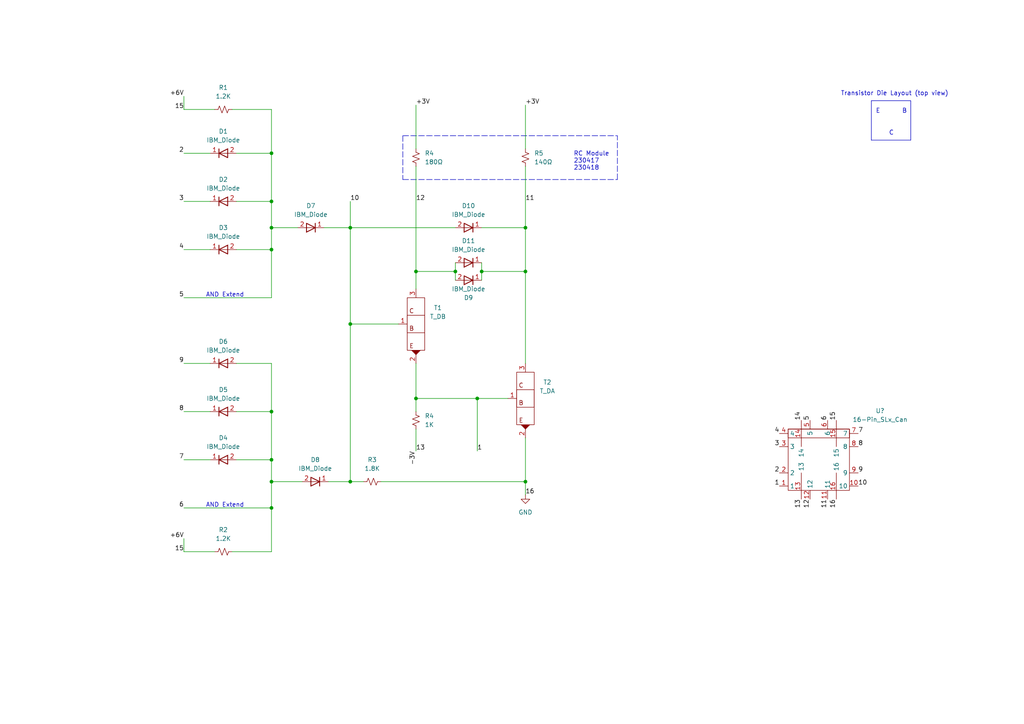
<source format=kicad_sch>
(kicad_sch (version 20211123) (generator eeschema)
  (paper "A4")
  (lib_symbols
    (symbol "Device:R_Small_US" (pin_numbers hide) (pin_names (offset 0.254) hide)
      (property "Reference" "R" (at 0.762 0.508 0))
      (property "Value" "R_Small_US" (at 0.762 -1.016 0))
      (symbol "R_Small_US_1_1"
        (polyline (pts (xy 0 0) (xy 1.016 -0.381) (xy 0 -0.762) (xy -1.016 -1.143) (xy 0 -1.524)))
        (polyline (pts (xy 0 1.524) (xy 1.016 1.143) (xy 0 0.762) (xy -1.016 0.381) (xy 0 0)))
        (pin passive line (at 0 2.54 270) (length 1.016) (name "~") (number "1"))
        (pin passive line (at 0 -2.54 90) (length 1.016) (name "~") (number "2"))
      )
    )
    (symbol "IBM_SLT-SLD:16-Pin_SLx_Can"
      (property "Reference" "U" (at 0 -2.54 0))
      (property "Value" "16-Pin_SLx_Can" (at 0 0 0))
      (symbol "16-Pin_SLx_Can_0_1"
        (rectangle (start -8.89 8.89) (end 8.89 -8.89))
        (rectangle (start -8.89 8.89) (end 8.89 6.35))
      )
      (symbol "16-Pin_SLx_Can_1_1"
        (pin passive line (at -11.43 -7.62 0) (length 2.54) (name "1") (number "1"))
        (pin passive line (at 11.43 -7.62 180) (length 2.54) (name "10") (number "10"))
        (pin passive line (at 2.54 -11.43 90) (length 2.54) (name "11") (number "11"))
        (pin passive line (at -2.54 -11.43 90) (length 2.54) (name "12") (number "12"))
        (pin passive line (at -5.08 -11.43 90) (length 7.62) (name "13") (number "13"))
        (pin passive line (at -5.08 11.43 270) (length 7.62) (name "14") (number "14"))
        (pin passive line (at 5.08 11.43 270) (length 7.62) (name "15") (number "15"))
        (pin passive line (at 5.08 -11.43 90) (length 7.62) (name "16") (number "16"))
        (pin passive line (at -11.43 -3.81 0) (length 2.54) (name "2") (number "2"))
        (pin passive line (at -11.43 3.81 0) (length 2.54) (name "3") (number "3"))
        (pin passive line (at -11.43 7.62 0) (length 2.54) (name "4") (number "4"))
        (pin passive line (at -2.54 11.43 270) (length 2.54) (name "5") (number "5"))
        (pin passive line (at 2.54 11.43 270) (length 2.54) (name "6") (number "6"))
        (pin passive line (at 11.43 7.62 180) (length 2.54) (name "7") (number "7"))
        (pin passive line (at 11.43 3.81 180) (length 2.54) (name "8") (number "8"))
        (pin passive line (at 11.43 -3.81 180) (length 2.54) (name "9") (number "9"))
      )
    )
    (symbol "IBM_SLT-SLD:IBM_Diode"
      (property "Reference" "D" (at 0 5.08 0))
      (property "Value" "IBM_Diode" (at 0 2.54 0))
      (symbol "IBM_Diode_0_1"
        (polyline (pts (xy -1.27 1.27) (xy -1.27 -1.27)) (stroke (width 0.254)))
        (polyline (pts (xy 1.27 0) (xy -1.27 0)))
        (polyline (pts (xy 1.27 1.27) (xy 1.27 -1.27) (xy -1.27 0) (xy 1.27 1.27)) (stroke (width 0.254)))
      )
      (symbol "IBM_Diode_1_1"
        (pin passive line (at -3.81 0 0) (length 2.54) (name "K") (number "1"))
        (pin passive line (at 3.81 0 180) (length 2.54) (name "A") (number "2"))
      )
    )
    (symbol "IBM_SLT-SLD:T_DA"
      (property "Reference" "T" (at 0 5.08 0))
      (property "Value" "T_DA" (at 7.62 8.89 0))
      (symbol "T_DA_0_0"
        (text "B" (at -1.27 -1.27 0) (effects (font (size 1.27 1.27))))
        (text "C" (at -1.27 3.81 0) (effects (font (size 1.27 1.27))))
        (text "E" (at -1.27 -6.35 0) (effects (font (size 1.27 1.27))))
      )
      (symbol "T_DA_0_1"
        (rectangle (start -2.54 2.54) (end 2.54 -2.54))
        (rectangle (start -2.54 7.62) (end 2.54 -7.62))
        (polyline (pts (xy -1.27 -7.62) (xy 0 -8.89) (xy 1.27 -7.62)) (fill (type outline)))
      )
      (symbol "T_DA_1_1"
        (pin passive line (at -5.08 0 0) (length 2.54) (name "B") (number "1"))
        (pin passive line (at 0 -11.43 90) (length 2.54) (name "E") (number "2"))
        (pin passive line (at 0 10.16 270) (length 2.54) (name "C") (number "3"))
      )
    )
    (symbol "IBM_SLT-SLD:T_DB"
      (property "Reference" "T" (at 0 5.08 0))
      (property "Value" "T_DB" (at 7.62 8.89 0))
      (symbol "T_DB_0_0"
        (text "B" (at -1.27 -1.27 0) (effects (font (size 1.27 1.27))))
        (text "C" (at -1.27 3.81 0) (effects (font (size 1.27 1.27))))
        (text "E" (at -1.27 -6.35 0) (effects (font (size 1.27 1.27))))
      )
      (symbol "T_DB_0_1"
        (rectangle (start -2.54 2.54) (end 2.54 -2.54))
        (rectangle (start -2.54 7.62) (end 2.54 -7.62))
        (polyline (pts (xy -1.27 -7.62) (xy 0 -8.89) (xy 1.27 -7.62)) (fill (type outline)))
      )
      (symbol "T_DB_1_1"
        (pin passive line (at -5.08 0 0) (length 2.54) (name "B") (number "1"))
        (pin passive line (at 0 -11.43 90) (length 2.54) (name "E") (number "2"))
        (pin passive line (at 0 10.16 270) (length 2.54) (name "C") (number "3"))
      )
    )
    (symbol "power:GND" (power) (pin_names (offset 0))
      (property "Value" "GND" (at 0 -3.81 0))
      (symbol "GND_0_1"
        (polyline (pts (xy 0 0) (xy 0 -1.27) (xy 1.27 -1.27) (xy 0 -2.54) (xy -1.27 -1.27) (xy 0 -1.27)))
      )
      (symbol "GND_1_1"
        (pin power_in line (at 0 0 270) (length 0) hide (name "GND") (number "1"))
      )
    )
  )
  (junction (at 139.7 78.74))
  (junction (at 78.74 147.32))
  (junction (at 78.74 72.39))
  (junction (at 78.74 58.42))
  (junction (at 101.6 93.98))
  (junction (at 152.4 139.7))
  (junction (at 120.65 78.74))
  (junction (at 152.4 66.04))
  (junction (at 78.74 119.38))
  (junction (at 152.4 78.74))
  (junction (at 132.08 78.74))
  (junction (at 78.74 139.7))
  (junction (at 78.74 44.45))
  (junction (at 138.43 115.57))
  (junction (at 120.65 115.57))
  (junction (at 101.6 66.04))
  (junction (at 78.74 66.04))
  (junction (at 101.6 139.7))
  (junction (at 78.74 133.35))
  (wire (pts (xy 120.65 78.74) (xy 120.65 83.82)))
  (wire (pts (xy 78.74 147.32) (xy 78.74 160.02)))
  (wire (pts (xy 78.74 58.42) (xy 78.74 66.04)))
  (wire (pts (xy 78.74 31.75) (xy 78.74 44.45)))
  (wire (pts (xy 53.34 58.42) (xy 60.96 58.42)))
  (wire (pts (xy 78.74 44.45) (xy 78.74 58.42)))
  (wire (pts (xy 78.74 119.38) (xy 68.58 119.38)))
  (wire (pts (xy 78.74 133.35) (xy 78.74 139.7)))
  (polyline (pts (xy 116.84 52.07) (xy 179.07 52.07)))
  (wire (pts (xy 78.74 66.04) (xy 78.74 72.39)))
  (wire (pts (xy 152.4 30.48) (xy 152.4 43.18)))
  (wire (pts (xy 132.08 76.2) (xy 132.08 78.74)))
  (wire (pts (xy 139.7 78.74) (xy 139.7 81.28)))
  (wire (pts (xy 120.65 115.57) (xy 120.65 119.38)))
  (wire (pts (xy 120.65 48.26) (xy 120.65 78.74)))
  (wire (pts (xy 53.34 156.21) (xy 53.34 160.02)))
  (wire (pts (xy 120.65 124.46) (xy 120.65 130.81)))
  (wire (pts (xy 105.41 139.7) (xy 101.6 139.7)))
  (wire (pts (xy 152.4 78.74) (xy 139.7 78.74)))
  (wire (pts (xy 53.34 27.94) (xy 53.34 31.75)))
  (wire (pts (xy 53.34 160.02) (xy 62.23 160.02)))
  (wire (pts (xy 78.74 44.45) (xy 68.58 44.45)))
  (wire (pts (xy 152.4 48.26) (xy 152.4 66.04)))
  (wire (pts (xy 78.74 105.41) (xy 78.74 119.38)))
  (wire (pts (xy 152.4 127) (xy 152.4 139.7)))
  (wire (pts (xy 53.34 31.75) (xy 62.23 31.75)))
  (wire (pts (xy 78.74 139.7) (xy 78.74 147.32)))
  (polyline (pts (xy 179.07 52.07) (xy 179.07 39.37)))
  (wire (pts (xy 78.74 139.7) (xy 87.63 139.7)))
  (polyline (pts (xy 116.84 39.37) (xy 116.84 52.07)))
  (wire (pts (xy 78.74 66.04) (xy 86.36 66.04)))
  (wire (pts (xy 53.34 147.32) (xy 78.74 147.32)))
  (polyline (pts (xy 252.73 29.21) (xy 252.73 40.64)) (stroke (width 0) (type solid)))
  (wire (pts (xy 53.34 72.39) (xy 60.96 72.39)))
  (polyline (pts (xy 264.16 40.64) (xy 252.73 40.64)) (stroke (width 0) (type solid)))
  (wire (pts (xy 138.43 115.57) (xy 147.32 115.57)))
  (wire (pts (xy 152.4 78.74) (xy 152.4 105.41)))
  (wire (pts (xy 101.6 139.7) (xy 101.6 93.98)))
  (wire (pts (xy 53.34 119.38) (xy 60.96 119.38)))
  (wire (pts (xy 78.74 119.38) (xy 78.74 133.35)))
  (wire (pts (xy 78.74 58.42) (xy 68.58 58.42)))
  (polyline (pts (xy 252.73 29.21) (xy 264.16 29.21)) (stroke (width 0) (type solid)))
  (wire (pts (xy 132.08 78.74) (xy 120.65 78.74)))
  (wire (pts (xy 67.31 31.75) (xy 78.74 31.75)))
  (wire (pts (xy 53.34 44.45) (xy 60.96 44.45)))
  (wire (pts (xy 53.34 86.36) (xy 78.74 86.36)))
  (wire (pts (xy 95.25 139.7) (xy 101.6 139.7)))
  (wire (pts (xy 152.4 66.04) (xy 152.4 78.74)))
  (wire (pts (xy 152.4 143.51) (xy 152.4 139.7)))
  (polyline (pts (xy 264.16 29.21) (xy 264.16 40.64)) (stroke (width 0) (type solid)))
  (wire (pts (xy 139.7 66.04) (xy 152.4 66.04)))
  (wire (pts (xy 138.43 115.57) (xy 120.65 115.57)))
  (wire (pts (xy 110.49 139.7) (xy 152.4 139.7)))
  (polyline (pts (xy 116.84 39.37) (xy 179.07 39.37)))
  (wire (pts (xy 139.7 76.2) (xy 139.7 78.74)))
  (wire (pts (xy 68.58 133.35) (xy 78.74 133.35)))
  (wire (pts (xy 138.43 130.81) (xy 138.43 115.57)))
  (wire (pts (xy 53.34 105.41) (xy 60.96 105.41)))
  (wire (pts (xy 120.65 105.41) (xy 120.65 115.57)))
  (wire (pts (xy 53.34 133.35) (xy 60.96 133.35)))
  (wire (pts (xy 67.31 160.02) (xy 78.74 160.02)))
  (wire (pts (xy 101.6 93.98) (xy 115.57 93.98)))
  (wire (pts (xy 101.6 66.04) (xy 132.08 66.04)))
  (wire (pts (xy 120.65 30.48) (xy 120.65 43.18)))
  (wire (pts (xy 101.6 66.04) (xy 93.98 66.04)))
  (wire (pts (xy 101.6 66.04) (xy 101.6 93.98)))
  (wire (pts (xy 101.6 58.42) (xy 101.6 66.04)))
  (wire (pts (xy 68.58 72.39) (xy 78.74 72.39)))
  (wire (pts (xy 132.08 78.74) (xy 132.08 81.28)))
  (wire (pts (xy 78.74 105.41) (xy 68.58 105.41)))
  (wire (pts (xy 78.74 72.39) (xy 78.74 86.36)))
  (text "RC Module\n230417\n230418" (at 166.37 49.53 0) (effects (font (size 1.27 1.27)) (justify left bottom)))
  (text "C" (at 257.81 39.37 0) (effects (font (size 1.27 1.27)) (justify left bottom)))
  (text "AND Extend" (at 59.69 147.32 0) (effects (font (size 1.27 1.27)) (justify left bottom)))
  (text "E" (at 254 33.02 0) (effects (font (size 1.27 1.27)) (justify left bottom)))
  (text "B" (at 261.62 33.02 0) (effects (font (size 1.27 1.27)) (justify left bottom)))
  (text "Transistor Die Layout (top view)" (at 243.84 27.94 0) (effects (font (size 1.27 1.27)) (justify left bottom)))
  (text "AND Extend" (at 59.69 86.36 0) (effects (font (size 1.27 1.27)) (justify left bottom)))
  (label "8" (at 53.34 119.38 180))
  (label "16" (at 242.57 144.78 270))
  (label "9" (at 248.92 137.16 0))
  (label "7" (at 248.92 125.73 0))
  (label "14" (at 232.41 121.92 90))
  (label "15" (at 53.34 160.02 180))
  (label "5" (at 53.34 86.36 180))
  (label "+6V" (at 53.34 27.94 180))
  (label "15" (at 242.57 121.92 90))
  (label "10" (at 101.6 58.42 0))
  (label "15" (at 53.34 31.75 180))
  (label "5" (at 234.95 121.92 90))
  (label "11" (at 240.03 144.78 270))
  (label "+3V" (at 120.65 30.48 0))
  (label "12" (at 120.65 58.42 0))
  (label "16" (at 152.4 143.51 0))
  (label "2" (at 53.34 44.45 180))
  (label "6" (at 53.34 147.32 180))
  (label "4" (at 226.06 125.73 180))
  (label "10" (at 248.92 140.97 0))
  (label "11" (at 152.4 58.42 0))
  (label "3" (at 226.06 129.54 180))
  (label "13" (at 232.41 144.78 270))
  (label "8" (at 248.92 129.54 0))
  (label "1" (at 226.06 140.97 180))
  (label "+6V" (at 53.34 156.21 180))
  (label "1" (at 138.43 130.81 0))
  (label "12" (at 234.95 144.78 270))
  (label "4" (at 53.34 72.39 180))
  (label "3" (at 53.34 58.42 180))
  (label "2" (at 226.06 137.16 180))
  (label "+3V" (at 152.4 30.48 0))
  (label "9" (at 53.34 105.41 180))
  (label "6" (at 240.03 121.92 90))
  (label "13" (at 120.65 130.81 0))
  (label "-3V" (at 120.65 130.81 270))
  (label "7" (at 53.34 133.35 180))
  (symbol (lib_id "IBM_SLT-SLD:IBM_Diode") (at 135.89 81.28 180) (unit 1)
    (property "Reference" "D9" (at 135.89 86.36 0))
    (property "Value" "IBM_Diode" (at 135.89 83.82 0))
    (property "Footprint" "Diode_SMD:D_0201_0603Metric" (effects hide))
  )
  (symbol (lib_id "power:GND") (at 152.4 143.51 0) (unit 1)
    (property "Reference" "#PWR0102" (effects hide))
    (property "Value" "GND" (at 152.4 148.59 0))
  )
  (symbol (lib_id "IBM_SLT-SLD:IBM_Diode") (at 64.77 133.35 0) (unit 1)
    (property "Reference" "D4" (at 64.77 127 0))
    (property "Value" "IBM_Diode" (at 64.77 129.54 0))
    (property "Footprint" "Diode_SMD:D_0201_0603Metric" (effects hide))
  )
  (symbol (lib_id "Device:R_Small_US") (at 64.77 31.75 90) (unit 1)
    (property "Reference" "R1" (at 64.77 25.4 90))
    (property "Value" "1.2K" (at 64.77 27.94 90))
    (property "Footprint" "Resistor_SMD:R_0201_0603Metric" (effects hide))
  )
  (symbol (lib_id "IBM_SLT-SLD:IBM_Diode") (at 64.77 119.38 0) (unit 1)
    (property "Reference" "D5" (at 64.77 113.03 0))
    (property "Value" "IBM_Diode" (at 64.77 115.57 0))
    (property "Footprint" "Diode_SMD:D_0201_0603Metric" (effects hide))
  )
  (symbol (lib_id "IBM_SLT-SLD:IBM_Diode") (at 90.17 66.04 180) (unit 1)
    (property "Reference" "D7" (at 90.17 59.69 0))
    (property "Value" "IBM_Diode" (at 90.17 62.23 0))
    (property "Footprint" "Diode_SMD:D_0201_0603Metric" (effects hide))
  )
  (symbol (lib_id "IBM_SLT-SLD:IBM_Diode") (at 91.44 139.7 180) (unit 1)
    (property "Reference" "D8" (at 91.44 133.35 0))
    (property "Value" "IBM_Diode" (at 91.44 135.89 0))
    (property "Footprint" "Diode_SMD:D_0201_0603Metric" (effects hide))
  )
  (symbol (lib_id "Device:R_Small_US") (at 64.77 160.02 90) (unit 1)
    (property "Reference" "R2" (at 64.77 153.67 90))
    (property "Value" "1.2K" (at 64.77 156.21 90))
    (property "Footprint" "Resistor_SMD:R_0201_0603Metric" (effects hide))
  )
  (symbol (lib_id "IBM_SLT-SLD:IBM_Diode") (at 64.77 44.45 0) (unit 1)
    (property "Reference" "D1" (at 64.77 38.1 0))
    (property "Value" "IBM_Diode" (at 64.77 40.64 0))
    (property "Footprint" "Diode_SMD:D_0201_0603Metric" (effects hide))
  )
  (symbol (lib_id "Device:R_Small_US") (at 152.4 45.72 0) (unit 1)
    (property "Reference" "R5" (at 154.94 44.4499 0) (effects (justify left)))
    (property "Value" "140Ω" (at 154.94 46.9899 0) (effects (justify left)))
  )
  (symbol (lib_id "IBM_SLT-SLD:IBM_Diode") (at 64.77 105.41 0) (unit 1)
    (property "Reference" "D6" (at 64.77 99.06 0))
    (property "Value" "IBM_Diode" (at 64.77 101.6 0))
    (property "Footprint" "Diode_SMD:D_0201_0603Metric" (effects hide))
  )
  (symbol (lib_id "IBM_SLT-SLD:T_DB") (at 120.65 93.98 0) (unit 1)
    (property "Reference" "T1" (at 127 89.281 0))
    (property "Value" "T_DB" (at 127 91.821 0))
    (property "Footprint" "Package_DFN_QFN:Diodes_DFN1006-3" (effects hide))
  )
  (symbol (lib_id "IBM_SLT-SLD:16-Pin_SLx_Can") (at 237.49 133.35 0) (unit 1)
    (property "Reference" "U?" (at 255.27 119.1512 0))
    (property "Value" "16-Pin_SLx_Can" (at 255.27 121.6912 0))
  )
  (symbol (lib_id "IBM_SLT-SLD:T_DA") (at 152.4 115.57 0) (unit 1)
    (property "Reference" "T2" (at 158.75 110.871 0))
    (property "Value" "T_DA" (at 158.75 113.411 0))
    (property "Footprint" "Package_DFN_QFN:Diodes_DFN1006-3" (effects hide))
  )
  (symbol (lib_id "IBM_SLT-SLD:IBM_Diode") (at 64.77 58.42 0) (unit 1)
    (property "Reference" "D2" (at 64.77 52.07 0))
    (property "Value" "IBM_Diode" (at 64.77 54.61 0))
    (property "Footprint" "Diode_SMD:D_0201_0603Metric" (effects hide))
  )
  (symbol (lib_id "Device:R_Small_US") (at 107.95 139.7 90) (unit 1)
    (property "Reference" "R3" (at 107.95 133.35 90))
    (property "Value" "1.8K" (at 107.95 135.89 90))
    (property "Footprint" "Resistor_SMD:R_0201_0603Metric" (effects hide))
  )
  (symbol (lib_id "IBM_SLT-SLD:IBM_Diode") (at 135.89 76.2 180) (unit 1)
    (property "Reference" "D11" (at 135.89 69.85 0))
    (property "Value" "IBM_Diode" (at 135.89 72.39 0))
    (property "Footprint" "Diode_SMD:D_0201_0603Metric" (effects hide))
  )
  (symbol (lib_id "IBM_SLT-SLD:IBM_Diode") (at 64.77 72.39 0) (unit 1)
    (property "Reference" "D3" (at 64.77 66.04 0))
    (property "Value" "IBM_Diode" (at 64.77 68.58 0))
    (property "Footprint" "Diode_SMD:D_0201_0603Metric" (effects hide))
  )
  (symbol (lib_id "Device:R_Small_US") (at 120.65 45.72 0) (unit 1)
    (property "Reference" "R4" (at 123.19 44.4499 0) (effects (justify left)))
    (property "Value" "180Ω" (at 123.19 46.9899 0) (effects (justify left)))
  )
  (symbol (lib_id "Device:R_Small_US") (at 120.65 121.92 0) (unit 1)
    (property "Reference" "R4" (at 123.19 120.6499 0) (effects (justify left)))
    (property "Value" "1K" (at 123.19 123.1899 0) (effects (justify left)))
    (property "Footprint" "Resistor_SMD:R_0201_0603Metric" (effects hide))
  )
  (symbol (lib_id "IBM_SLT-SLD:IBM_Diode") (at 135.89 66.04 180) (unit 1)
    (property "Reference" "D10" (at 135.89 59.69 0))
    (property "Value" "IBM_Diode" (at 135.89 62.23 0))
    (property "Footprint" "Diode_SMD:D_0201_0603Metric" (effects hide))
  )
)
</source>
